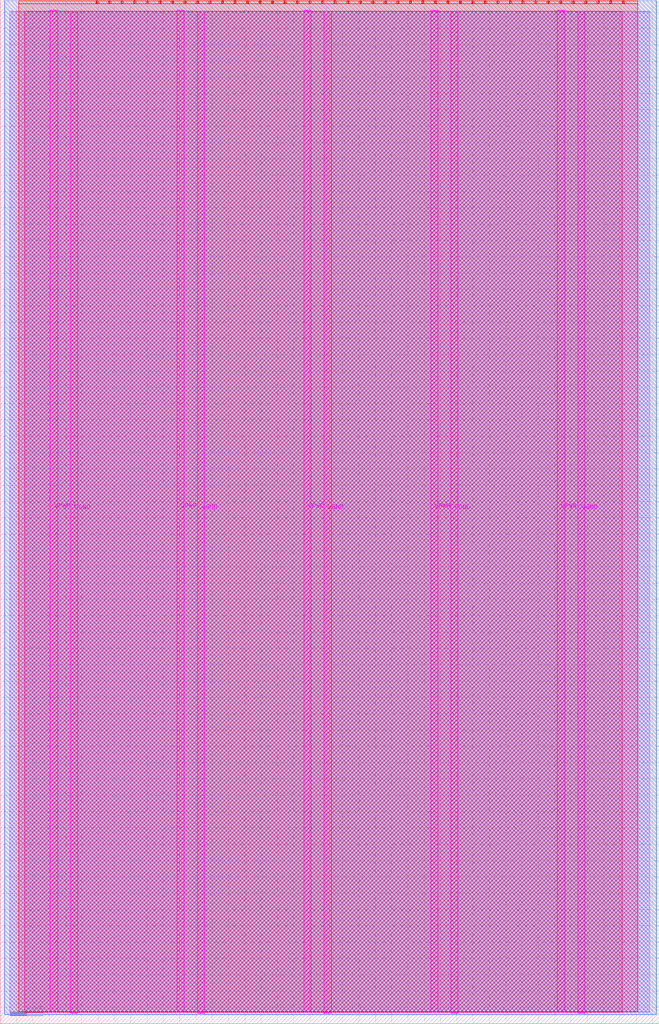
<source format=lef>
VERSION 5.7 ;
  NOWIREEXTENSIONATPIN ON ;
  DIVIDERCHAR "/" ;
  BUSBITCHARS "[]" ;
MACRO tt_um_snake_game
  CLASS BLOCK ;
  FOREIGN tt_um_snake_game ;
  ORIGIN 0.000 0.000 ;
  SIZE 202.080 BY 313.740 ;
  PIN VGND
    DIRECTION INOUT ;
    USE GROUND ;
    PORT
      LAYER TopMetal1 ;
        RECT 21.580 3.150 23.780 310.180 ;
    END
    PORT
      LAYER TopMetal1 ;
        RECT 60.450 3.150 62.650 310.180 ;
    END
    PORT
      LAYER TopMetal1 ;
        RECT 99.320 3.150 101.520 310.180 ;
    END
    PORT
      LAYER TopMetal1 ;
        RECT 138.190 3.150 140.390 310.180 ;
    END
    PORT
      LAYER TopMetal1 ;
        RECT 177.060 3.150 179.260 310.180 ;
    END
  END VGND
  PIN VPWR
    DIRECTION INOUT ;
    USE POWER ;
    PORT
      LAYER TopMetal1 ;
        RECT 15.380 3.560 17.580 310.590 ;
    END
    PORT
      LAYER TopMetal1 ;
        RECT 54.250 3.560 56.450 310.590 ;
    END
    PORT
      LAYER TopMetal1 ;
        RECT 93.120 3.560 95.320 310.590 ;
    END
    PORT
      LAYER TopMetal1 ;
        RECT 131.990 3.560 134.190 310.590 ;
    END
    PORT
      LAYER TopMetal1 ;
        RECT 170.860 3.560 173.060 310.590 ;
    END
  END VPWR
  PIN clk
    DIRECTION INPUT ;
    USE SIGNAL ;
    ANTENNAGATEAREA 0.725400 ;
    PORT
      LAYER Metal4 ;
        RECT 187.050 312.740 187.350 313.740 ;
    END
  END clk
  PIN ena
    DIRECTION INPUT ;
    USE SIGNAL ;
    PORT
      LAYER Metal4 ;
        RECT 190.890 312.740 191.190 313.740 ;
    END
  END ena
  PIN rst_n
    DIRECTION INPUT ;
    USE SIGNAL ;
    ANTENNAGATEAREA 0.213200 ;
    PORT
      LAYER Metal4 ;
        RECT 183.210 312.740 183.510 313.740 ;
    END
  END rst_n
  PIN ui_in[0]
    DIRECTION INPUT ;
    USE SIGNAL ;
    ANTENNAGATEAREA 0.180700 ;
    PORT
      LAYER Metal4 ;
        RECT 179.370 312.740 179.670 313.740 ;
    END
  END ui_in[0]
  PIN ui_in[1]
    DIRECTION INPUT ;
    USE SIGNAL ;
    ANTENNAGATEAREA 0.180700 ;
    PORT
      LAYER Metal4 ;
        RECT 175.530 312.740 175.830 313.740 ;
    END
  END ui_in[1]
  PIN ui_in[2]
    DIRECTION INPUT ;
    USE SIGNAL ;
    ANTENNAGATEAREA 0.180700 ;
    PORT
      LAYER Metal4 ;
        RECT 171.690 312.740 171.990 313.740 ;
    END
  END ui_in[2]
  PIN ui_in[3]
    DIRECTION INPUT ;
    USE SIGNAL ;
    ANTENNAGATEAREA 0.180700 ;
    PORT
      LAYER Metal4 ;
        RECT 167.850 312.740 168.150 313.740 ;
    END
  END ui_in[3]
  PIN ui_in[4]
    DIRECTION INPUT ;
    USE SIGNAL ;
    ANTENNAGATEAREA 0.180700 ;
    PORT
      LAYER Metal4 ;
        RECT 164.010 312.740 164.310 313.740 ;
    END
  END ui_in[4]
  PIN ui_in[5]
    DIRECTION INPUT ;
    USE SIGNAL ;
    ANTENNAGATEAREA 0.180700 ;
    PORT
      LAYER Metal4 ;
        RECT 160.170 312.740 160.470 313.740 ;
    END
  END ui_in[5]
  PIN ui_in[6]
    DIRECTION INPUT ;
    USE SIGNAL ;
    PORT
      LAYER Metal4 ;
        RECT 156.330 312.740 156.630 313.740 ;
    END
  END ui_in[6]
  PIN ui_in[7]
    DIRECTION INPUT ;
    USE SIGNAL ;
    PORT
      LAYER Metal4 ;
        RECT 152.490 312.740 152.790 313.740 ;
    END
  END ui_in[7]
  PIN uio_in[0]
    DIRECTION INPUT ;
    USE SIGNAL ;
    PORT
      LAYER Metal4 ;
        RECT 148.650 312.740 148.950 313.740 ;
    END
  END uio_in[0]
  PIN uio_in[1]
    DIRECTION INPUT ;
    USE SIGNAL ;
    PORT
      LAYER Metal4 ;
        RECT 144.810 312.740 145.110 313.740 ;
    END
  END uio_in[1]
  PIN uio_in[2]
    DIRECTION INPUT ;
    USE SIGNAL ;
    PORT
      LAYER Metal4 ;
        RECT 140.970 312.740 141.270 313.740 ;
    END
  END uio_in[2]
  PIN uio_in[3]
    DIRECTION INPUT ;
    USE SIGNAL ;
    PORT
      LAYER Metal4 ;
        RECT 137.130 312.740 137.430 313.740 ;
    END
  END uio_in[3]
  PIN uio_in[4]
    DIRECTION INPUT ;
    USE SIGNAL ;
    PORT
      LAYER Metal4 ;
        RECT 133.290 312.740 133.590 313.740 ;
    END
  END uio_in[4]
  PIN uio_in[5]
    DIRECTION INPUT ;
    USE SIGNAL ;
    PORT
      LAYER Metal4 ;
        RECT 129.450 312.740 129.750 313.740 ;
    END
  END uio_in[5]
  PIN uio_in[6]
    DIRECTION INPUT ;
    USE SIGNAL ;
    PORT
      LAYER Metal4 ;
        RECT 125.610 312.740 125.910 313.740 ;
    END
  END uio_in[6]
  PIN uio_in[7]
    DIRECTION INPUT ;
    USE SIGNAL ;
    PORT
      LAYER Metal4 ;
        RECT 121.770 312.740 122.070 313.740 ;
    END
  END uio_in[7]
  PIN uio_oe[0]
    DIRECTION OUTPUT ;
    USE SIGNAL ;
    ANTENNADIFFAREA 0.392700 ;
    PORT
      LAYER Metal4 ;
        RECT 56.490 312.740 56.790 313.740 ;
    END
  END uio_oe[0]
  PIN uio_oe[1]
    DIRECTION OUTPUT ;
    USE SIGNAL ;
    ANTENNADIFFAREA 0.392700 ;
    PORT
      LAYER Metal4 ;
        RECT 52.650 312.740 52.950 313.740 ;
    END
  END uio_oe[1]
  PIN uio_oe[2]
    DIRECTION OUTPUT ;
    USE SIGNAL ;
    ANTENNADIFFAREA 0.392700 ;
    PORT
      LAYER Metal4 ;
        RECT 48.810 312.740 49.110 313.740 ;
    END
  END uio_oe[2]
  PIN uio_oe[3]
    DIRECTION OUTPUT ;
    USE SIGNAL ;
    ANTENNADIFFAREA 0.299200 ;
    PORT
      LAYER Metal4 ;
        RECT 44.970 312.740 45.270 313.740 ;
    END
  END uio_oe[3]
  PIN uio_oe[4]
    DIRECTION OUTPUT ;
    USE SIGNAL ;
    ANTENNADIFFAREA 0.299200 ;
    PORT
      LAYER Metal4 ;
        RECT 41.130 312.740 41.430 313.740 ;
    END
  END uio_oe[4]
  PIN uio_oe[5]
    DIRECTION OUTPUT ;
    USE SIGNAL ;
    ANTENNADIFFAREA 0.299200 ;
    PORT
      LAYER Metal4 ;
        RECT 37.290 312.740 37.590 313.740 ;
    END
  END uio_oe[5]
  PIN uio_oe[6]
    DIRECTION OUTPUT ;
    USE SIGNAL ;
    ANTENNADIFFAREA 0.299200 ;
    PORT
      LAYER Metal4 ;
        RECT 33.450 312.740 33.750 313.740 ;
    END
  END uio_oe[6]
  PIN uio_oe[7]
    DIRECTION OUTPUT ;
    USE SIGNAL ;
    ANTENNADIFFAREA 0.299200 ;
    PORT
      LAYER Metal4 ;
        RECT 29.610 312.740 29.910 313.740 ;
    END
  END uio_oe[7]
  PIN uio_out[0]
    DIRECTION OUTPUT ;
    USE SIGNAL ;
    ANTENNADIFFAREA 0.708600 ;
    PORT
      LAYER Metal4 ;
        RECT 87.210 312.740 87.510 313.740 ;
    END
  END uio_out[0]
  PIN uio_out[1]
    DIRECTION OUTPUT ;
    USE SIGNAL ;
    ANTENNADIFFAREA 0.708600 ;
    PORT
      LAYER Metal4 ;
        RECT 83.370 312.740 83.670 313.740 ;
    END
  END uio_out[1]
  PIN uio_out[2]
    DIRECTION OUTPUT ;
    USE SIGNAL ;
    ANTENNADIFFAREA 0.708600 ;
    PORT
      LAYER Metal4 ;
        RECT 79.530 312.740 79.830 313.740 ;
    END
  END uio_out[2]
  PIN uio_out[3]
    DIRECTION OUTPUT ;
    USE SIGNAL ;
    ANTENNADIFFAREA 0.299200 ;
    PORT
      LAYER Metal4 ;
        RECT 75.690 312.740 75.990 313.740 ;
    END
  END uio_out[3]
  PIN uio_out[4]
    DIRECTION OUTPUT ;
    USE SIGNAL ;
    ANTENNADIFFAREA 0.299200 ;
    PORT
      LAYER Metal4 ;
        RECT 71.850 312.740 72.150 313.740 ;
    END
  END uio_out[4]
  PIN uio_out[5]
    DIRECTION OUTPUT ;
    USE SIGNAL ;
    ANTENNADIFFAREA 0.299200 ;
    PORT
      LAYER Metal4 ;
        RECT 68.010 312.740 68.310 313.740 ;
    END
  END uio_out[5]
  PIN uio_out[6]
    DIRECTION OUTPUT ;
    USE SIGNAL ;
    ANTENNADIFFAREA 0.299200 ;
    PORT
      LAYER Metal4 ;
        RECT 64.170 312.740 64.470 313.740 ;
    END
  END uio_out[6]
  PIN uio_out[7]
    DIRECTION OUTPUT ;
    USE SIGNAL ;
    ANTENNADIFFAREA 0.299200 ;
    PORT
      LAYER Metal4 ;
        RECT 60.330 312.740 60.630 313.740 ;
    END
  END uio_out[7]
  PIN uo_out[0]
    DIRECTION OUTPUT ;
    USE SIGNAL ;
    ANTENNADIFFAREA 0.988000 ;
    PORT
      LAYER Metal4 ;
        RECT 117.930 312.740 118.230 313.740 ;
    END
  END uo_out[0]
  PIN uo_out[1]
    DIRECTION OUTPUT ;
    USE SIGNAL ;
    ANTENNADIFFAREA 0.677200 ;
    PORT
      LAYER Metal4 ;
        RECT 114.090 312.740 114.390 313.740 ;
    END
  END uo_out[1]
  PIN uo_out[2]
    DIRECTION OUTPUT ;
    USE SIGNAL ;
    ANTENNADIFFAREA 0.677200 ;
    PORT
      LAYER Metal4 ;
        RECT 110.250 312.740 110.550 313.740 ;
    END
  END uo_out[2]
  PIN uo_out[3]
    DIRECTION OUTPUT ;
    USE SIGNAL ;
    ANTENNADIFFAREA 0.708600 ;
    PORT
      LAYER Metal4 ;
        RECT 106.410 312.740 106.710 313.740 ;
    END
  END uo_out[3]
  PIN uo_out[4]
    DIRECTION OUTPUT ;
    USE SIGNAL ;
    ANTENNADIFFAREA 0.972800 ;
    PORT
      LAYER Metal4 ;
        RECT 102.570 312.740 102.870 313.740 ;
    END
  END uo_out[4]
  PIN uo_out[5]
    DIRECTION OUTPUT ;
    USE SIGNAL ;
    ANTENNADIFFAREA 0.677200 ;
    PORT
      LAYER Metal4 ;
        RECT 98.730 312.740 99.030 313.740 ;
    END
  END uo_out[5]
  PIN uo_out[6]
    DIRECTION OUTPUT ;
    USE SIGNAL ;
    ANTENNADIFFAREA 0.677200 ;
    PORT
      LAYER Metal4 ;
        RECT 94.890 312.740 95.190 313.740 ;
    END
  END uo_out[6]
  PIN uo_out[7]
    DIRECTION OUTPUT ;
    USE SIGNAL ;
    ANTENNADIFFAREA 0.708600 ;
    PORT
      LAYER Metal4 ;
        RECT 91.050 312.740 91.350 313.740 ;
    END
  END uo_out[7]
  OBS
      LAYER GatPoly ;
        RECT 2.880 3.630 199.200 310.110 ;
      LAYER Metal1 ;
        RECT 2.880 3.560 199.200 310.180 ;
      LAYER Metal2 ;
        RECT 1.335 2.795 201.225 313.465 ;
      LAYER Metal3 ;
        RECT 1.295 2.840 201.265 313.425 ;
      LAYER Metal4 ;
        RECT 5.660 312.530 29.400 313.465 ;
        RECT 30.120 312.530 33.240 313.465 ;
        RECT 33.960 312.530 37.080 313.465 ;
        RECT 37.800 312.530 40.920 313.465 ;
        RECT 41.640 312.530 44.760 313.465 ;
        RECT 45.480 312.530 48.600 313.465 ;
        RECT 49.320 312.530 52.440 313.465 ;
        RECT 53.160 312.530 56.280 313.465 ;
        RECT 57.000 312.530 60.120 313.465 ;
        RECT 60.840 312.530 63.960 313.465 ;
        RECT 64.680 312.530 67.800 313.465 ;
        RECT 68.520 312.530 71.640 313.465 ;
        RECT 72.360 312.530 75.480 313.465 ;
        RECT 76.200 312.530 79.320 313.465 ;
        RECT 80.040 312.530 83.160 313.465 ;
        RECT 83.880 312.530 87.000 313.465 ;
        RECT 87.720 312.530 90.840 313.465 ;
        RECT 91.560 312.530 94.680 313.465 ;
        RECT 95.400 312.530 98.520 313.465 ;
        RECT 99.240 312.530 102.360 313.465 ;
        RECT 103.080 312.530 106.200 313.465 ;
        RECT 106.920 312.530 110.040 313.465 ;
        RECT 110.760 312.530 113.880 313.465 ;
        RECT 114.600 312.530 117.720 313.465 ;
        RECT 118.440 312.530 121.560 313.465 ;
        RECT 122.280 312.530 125.400 313.465 ;
        RECT 126.120 312.530 129.240 313.465 ;
        RECT 129.960 312.530 133.080 313.465 ;
        RECT 133.800 312.530 136.920 313.465 ;
        RECT 137.640 312.530 140.760 313.465 ;
        RECT 141.480 312.530 144.600 313.465 ;
        RECT 145.320 312.530 148.440 313.465 ;
        RECT 149.160 312.530 152.280 313.465 ;
        RECT 153.000 312.530 156.120 313.465 ;
        RECT 156.840 312.530 159.960 313.465 ;
        RECT 160.680 312.530 163.800 313.465 ;
        RECT 164.520 312.530 167.640 313.465 ;
        RECT 168.360 312.530 171.480 313.465 ;
        RECT 172.200 312.530 175.320 313.465 ;
        RECT 176.040 312.530 179.160 313.465 ;
        RECT 179.880 312.530 183.000 313.465 ;
        RECT 183.720 312.530 186.840 313.465 ;
        RECT 187.560 312.530 190.680 313.465 ;
        RECT 191.400 312.530 195.460 313.465 ;
        RECT 5.660 3.635 195.460 312.530 ;
      LAYER Metal5 ;
        RECT 7.535 3.470 190.705 310.270 ;
  END
END tt_um_snake_game
END LIBRARY


</source>
